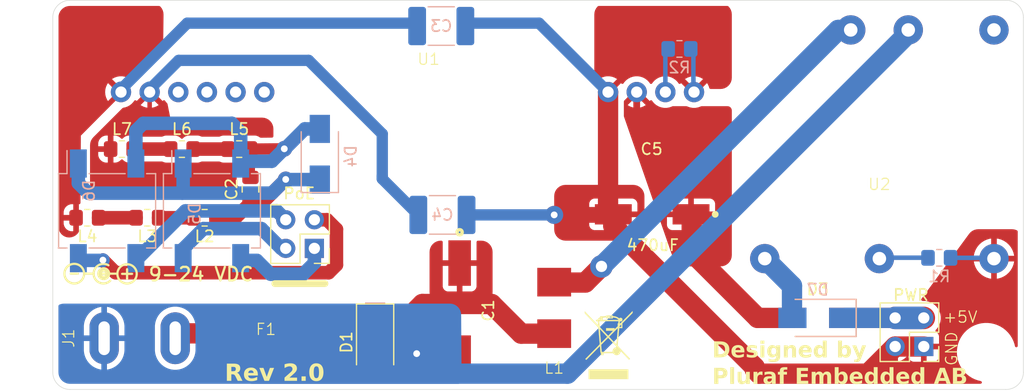
<source format=kicad_pcb>
(kicad_pcb
	(version 20241229)
	(generator "pcbnew")
	(generator_version "9.0")
	(general
		(thickness 1.6)
		(legacy_teardrops no)
	)
	(paper "A4")
	(layers
		(0 "F.Cu" signal)
		(2 "B.Cu" signal)
		(9 "F.Adhes" user "F.Adhesive")
		(11 "B.Adhes" user "B.Adhesive")
		(13 "F.Paste" user)
		(15 "B.Paste" user)
		(5 "F.SilkS" user "F.Silkscreen")
		(7 "B.SilkS" user "B.Silkscreen")
		(1 "F.Mask" user)
		(3 "B.Mask" user)
		(17 "Dwgs.User" user "User.Drawings")
		(19 "Cmts.User" user "User.Comments")
		(21 "Eco1.User" user "User.Eco1")
		(23 "Eco2.User" user "User.Eco2")
		(25 "Edge.Cuts" user)
		(27 "Margin" user)
		(31 "F.CrtYd" user "F.Courtyard")
		(29 "B.CrtYd" user "B.Courtyard")
		(35 "F.Fab" user)
		(33 "B.Fab" user)
		(39 "User.1" user)
		(41 "User.2" user)
		(43 "User.3" user)
		(45 "User.4" user)
		(47 "User.5" user)
		(49 "User.6" user)
		(51 "User.7" user)
		(53 "User.8" user)
		(55 "User.9" user)
	)
	(setup
		(pad_to_mask_clearance 0)
		(allow_soldermask_bridges_in_footprints no)
		(tenting front back)
		(pcbplotparams
			(layerselection 0x00000000_00000000_55555555_5755f5ff)
			(plot_on_all_layers_selection 0x00000000_00000000_00000000_00000000)
			(disableapertmacros no)
			(usegerberextensions no)
			(usegerberattributes yes)
			(usegerberadvancedattributes yes)
			(creategerberjobfile yes)
			(dashed_line_dash_ratio 12.000000)
			(dashed_line_gap_ratio 3.000000)
			(svgprecision 4)
			(plotframeref no)
			(mode 1)
			(useauxorigin no)
			(hpglpennumber 1)
			(hpglpenspeed 20)
			(hpglpendiameter 15.000000)
			(pdf_front_fp_property_popups yes)
			(pdf_back_fp_property_popups yes)
			(pdf_metadata yes)
			(pdf_single_document no)
			(dxfpolygonmode yes)
			(dxfimperialunits yes)
			(dxfusepcbnewfont yes)
			(psnegative no)
			(psa4output no)
			(plot_black_and_white yes)
			(sketchpadsonfab no)
			(plotpadnumbers no)
			(hidednponfab no)
			(sketchdnponfab yes)
			(crossoutdnponfab yes)
			(subtractmaskfromsilk no)
			(outputformat 1)
			(mirror no)
			(drillshape 1)
			(scaleselection 1)
			(outputdirectory "")
		)
	)
	(net 0 "")
	(net 1 "Net-(D1-A2)")
	(net 2 "POE_V+")
	(net 3 "POE_V-")
	(net 4 "Net-(U1-VIN+)")
	(net 5 "Net-(U1-VIN-)")
	(net 6 "Net-(D3-A)")
	(net 7 "Net-(D1-A1)")
	(net 8 "Net-(J2-Pin_2)")
	(net 9 "Net-(J2-Pin_3)")
	(net 10 "Net-(J2-Pin_1)")
	(net 11 "Net-(J2-Pin_4)")
	(net 12 "Net-(F1-Pad1)")
	(net 13 "GND")
	(net 14 "+5V")
	(net 15 "Net-(U2-+Input)")
	(net 16 "Net-(L2-Pad2)")
	(net 17 "Net-(L3-Pad2)")
	(net 18 "Net-(L5-Pad2)")
	(net 19 "Net-(L6-Pad2)")
	(net 20 "unconnected-(U1-IC-Pad4)")
	(net 21 "Net-(D7-A)")
	(net 22 "unconnected-(U1-IC-Pad6)")
	(net 23 "unconnected-(U1-AT-DET-Pad3)")
	(net 24 "unconnected-(U1-IC-Pad5)")
	(net 25 "Net-(U2-Trim)")
	(net 26 "unconnected-(U2-Remote-Pad6)")
	(net 27 "Net-(U1-ADJ)")
	(footprint "footprints:PJ-037A-PLURAF" (layer "F.Cu") (at 47.5996 47.0154 90))
	(footprint "Resistor_SMD:R_0805_2012Metric_Pad1.20x1.40mm_HandSolder" (layer "F.Cu") (at 53.61 36.322 180))
	(footprint "Capacitor_SMD:C_0805_2012Metric_Pad1.18x1.45mm_HandSolder" (layer "F.Cu") (at 68.072 33.782 90))
	(footprint "footprints:HHXC800ARA470MJA0G" (layer "F.Cu") (at 86.868 43.914 -90))
	(footprint "Resistor_SMD:R_0805_2012Metric_Pad1.20x1.40mm_HandSolder" (layer "F.Cu") (at 64.008 36.322 180))
	(footprint "footprints:AG5400" (layer "F.Cu") (at 99.772 25.166))
	(footprint "footprints:D_SMA" (layer "F.Cu") (at 79.121 47.371 -90))
	(footprint "footprints:SF-2410FP315T-2" (layer "F.Cu") (at 69.4436 46.228))
	(footprint "Symbol:WEEE-Logo_4.2x6mm_SilkScreen" (layer "F.Cu") (at 99.822 47.625))
	(footprint "footprints:D_SMA" (layer "F.Cu") (at 118.364 45.212 180))
	(footprint "footprints:PCR1C471MCL6GS" (layer "F.Cu") (at 103.6828 36.0172 180))
	(footprint "Connector_PinHeader_2.54mm:PinHeader_2x02_P2.54mm_Vertical" (layer "F.Cu") (at 127.762 47.752 180))
	(footprint "footprints:hole-2.5m" (layer "F.Cu") (at 79 39))
	(footprint "Resistor_SMD:R_0805_2012Metric_Pad1.20x1.40mm_HandSolder" (layer "F.Cu") (at 67.072 30.226 180))
	(footprint "footprints:LQH43PN1R0N26L" (layer "F.Cu") (at 94.996 44.323 90))
	(footprint "footprints:hole-2.5m" (layer "F.Cu") (at 133.3 48.26))
	(footprint "Resistor_SMD:R_0805_2012Metric_Pad1.20x1.40mm_HandSolder" (layer "F.Cu") (at 56.674 30.226 180))
	(footprint "footprints:EC4SBW-S" (layer "F.Cu") (at 123.825 29.8 180))
	(footprint "Connector_PinHeader_2.54mm:PinHeader_2x02_P2.54mm_Vertical" (layer "F.Cu") (at 73.7362 39.0398 180))
	(footprint "Resistor_SMD:R_0805_2012Metric_Pad1.20x1.40mm_HandSolder" (layer "F.Cu") (at 58.928 36.322 180))
	(footprint "Resistor_SMD:R_0805_2012Metric_Pad1.20x1.40mm_HandSolder" (layer "F.Cu") (at 61.992 30.226 180))
	(footprint "footprints:Diode_Bridge_Diotec_SO-DIL-Slim" (layer "B.Cu") (at 55.362 35.7066 -90))
	(footprint "Resistor_SMD:R_0805_2012Metric_Pad1.20x1.40mm_HandSolder" (layer "B.Cu") (at 129.1355 39.878))
	(footprint "Resistor_SMD:R_0805_2012Metric_Pad1.20x1.40mm_HandSolder" (layer "B.Cu") (at 106.1 21.336))
	(footprint "footprints:D_SMA" (layer "B.Cu") (at 74.2188 30.6832 90))
	(footprint "Capacitor_SMD:C_1812_4532Metric_Pad1.57x3.40mm_HandSolder" (layer "B.Cu") (at 85.09 36.068))
	(footprint "footprints:D_SMA" (layer "B.Cu") (at 118.364 45.212 180))
	(footprint "Capacitor_SMD:C_1812_4532Metric_Pad1.57x3.40mm_HandSolder" (layer "B.Cu") (at 84.9845 19.304))
	(footprint "footprints:Diode_Bridge_Diotec_SO-DIL-Slim" (layer "B.Cu") (at 64.653 35.7066 -90))
	(gr_line
		(start 54.881622 41.285369)
		(end 56.204227 41.284613)
		(stroke
			(width 0.2)
			(type default)
		)
		(layer "F.SilkS")
		(uuid "0efb2702-da35-4f9e-a5e4-4186b0e96490")
	)
	(gr_line
		(start 57.132227 41.726881)
		(end 57.132227 40.886881)
		(stroke
			(width 0.2)
			(type default)
		)
		(layer "F.SilkS")
		(uuid "14fddd00-eeb4-483c-b383-82cec8005fb4")
	)
	(gr_circle
		(center 55.061227 41.285369)
		(end 55.240832 41.285369)
		(stroke
			(width 0.4)
			(type default)
		)
		(fill no)
		(layer "F.SilkS")
		(uuid "57526148-5ebf-4b2b-8a92-f8c0e888499d")
	)
	(gr_line
		(start 54.172227 41.284613)
		(end 53.322732 41.284613)
		(stroke
			(width 0.2)
			(type default)
		)
		(layer "F.SilkS")
		(uuid "790b2a35-3207-490f-b001-03b0b1bd8ef2")
	)
	(gr_arc
		(start 55.638461 41.91)
		(mid 54.172227 41.38477)
		(end 55.480613 40.539881)
		(stroke
			(width 0.2)
			(type default)
		)
		(layer "F.SilkS")
		(uuid "80c3750d-238b-4064-8a6c-c176a0a8f18f")
	)
	(gr_line
		(start 56.692227 41.301881)
		(end 57.572227 41.301881)
		(stroke
			(width 0.2)
			(type default)
		)
		(layer "F.SilkS")
		(uuid "83018b4a-acc1-4542-8097-fc670f92bfa8")
	)
	(gr_circle
		(center 52.451 41.284613)
		(end 52.451 40.412881)
		(stroke
			(width 0.2)
			(type default)
		)
		(fill no)
		(layer "F.SilkS")
		(uuid "85e95007-327b-46e2-84f2-9187d6d493c3")
	)
	(gr_line
		(start 52.1335 41.284613)
		(end 52.772227 41.284613)
		(stroke
			(width 0.2)
			(type default)
		)
		(layer "F.SilkS")
		(uuid "c2cc88a7-3ac0-485e-ad6f-f0c43cb64a19")
	)
	(gr_circle
		(center 57.132227 41.301881)
		(end 57.989579 41.301881)
		(stroke
			(width 0.2)
			(type default)
		)
		(fill no)
		(layer "F.SilkS")
		(uuid "d76992ee-122c-4936-9e61-499cd5309046")
	)
	(gr_line
		(start 70.231 42.164)
		(end 74.676 42.164)
		(stroke
			(width 0.6)
			(type default)
		)
		(layer "F.SilkS")
		(uuid "def4469f-c615-4995-8b0b-01dba3e1b4e2")
	)
	(gr_line
		(start 52.07 51.562)
		(end 135.022 51.562)
		(stroke
			(width 0.05)
			(type default)
		)
		(layer "Edge.Cuts")
		(uuid "0db35618-b2ce-4c3c-bf06-61f003437ed6")
	)
	(gr_arc
		(start 52.07 51.562)
		(mid 50.992369 51.115631)
		(end 50.546 50.038)
		(stroke
			(width 0.05)
			(type default)
		)
		(layer "Edge.Cuts")
		(uuid "4a18984c-27e8-4e0d-9c6f-4f3a9de5ed91")
	)
	(gr_arc
		(start 50.546 18.542)
		(mid 50.992369 17.464369)
		(end 52.07 17.018)
		(stroke
			(width 0.05)
			(type default)
		)
		(layer "Edge.Cuts")
		(uuid "53e56220-528e-40eb-b311-6083fa24e097")
	)
	(gr_arc
		(start 136.591014 50.038)
		(mid 136.128653 51.131661)
		(end 135.022 51.561999)
		(stroke
			(width 0.05)
			(type default)
		)
		(layer "Edge.Cuts")
		(uuid "bf70d333-9f25-4cb4-993f-16eb610c2ca8")
	)
	(gr_arc
		(start 135.022 17.018)
		(mid 136.128653 17.448339)
		(end 136.591014 18.542)
		(stroke
			(width 0.05)
			(type default)
		)
		(layer "Edge.Cuts")
		(uuid "c7e584a6-cd57-4c84-adc2-a98ce4142d3e")
	)
	(gr_line
		(start 50.546 18.542)
		(end 50.546 50.038)
		(stroke
			(width 0.05)
			(type default)
		)
		(layer "Edge.Cuts")
		(uuid "e1c46804-67c8-4dfc-9e72-eddc590ee9d0")
	)
	(gr_line
		(start 136.591014 18.542)
		(end 136.591014 50.038)
		(stroke
			(width 0.05)
			(type default)
		)
		(layer "Edge.Cuts")
		(uuid "e4aa4a24-db7e-46e8-97bc-4bc740250d7f")
	)
	(gr_line
		(start 52.07 17.018)
		(end 135.022 17.018)
		(stroke
			(width 0.05)
			(type default)
		)
		(layer "Edge.Cuts")
		(uuid "f02c5ad6-9dc4-417b-820d-8ab59f41a7e5")
	)
	(gr_text "Rev 2.0"
		(at 65.786 51.054 0)
		(layer "F.SilkS")
		(uuid "07a9bac2-2391-44a7-b5e5-8b7e96655794")
		(effects
			(font
				(face "Anta")
				(size 1.5 1.5)
				(thickness 0.3)
				(bold yes)
			)
			(justify left bottom)
		)
		(render_cache "Rev 2.0" 0
			(polygon
				(pts
					(xy 65.929431 49.336015) (xy 66.702918 49.336015) (xy 66.76835 49.341583) (xy 66.828755 49.357945)
					(xy 66.885184 49.385108) (xy 66.959115 49.442369) (xy 67.016434 49.515809) (xy 67.043583 49.571946)
					(xy 67.059951 49.632192) (xy 67.065527 49.697617) (xy 67.065527 49.843155) (xy 67.06004 49.908614)
					(xy 67.043981 49.968518) (xy 67.017441 50.023956) (xy 66.981609 50.074004) (xy 66.938298 50.116533)
					(xy 66.886833 50.152092) (xy 66.830192 50.178456) (xy 66.770774 50.194216) (xy 66.70768 50.199536)
					(xy 67.142188 50.799) (xy 66.871537 50.799) (xy 66.43712 50.199536) (xy 66.268593 50.199536) (xy 66.268593 49.978527)
					(xy 66.702918 49.978527) (xy 66.757808 49.968316) (xy 66.803301 49.937952) (xy 66.834244 49.893069)
					(xy 66.844517 49.840041) (xy 66.844517 49.697617) (xy 66.834212 49.643644) (xy 66.803301 49.598241)
					(xy 66.757765 49.567447) (xy 66.702918 49.557116) (xy 66.151539 49.557116) (xy 66.151539 50.799)
					(xy 65.929431 50.799)
				)
			)
			(polygon
				(pts
					(xy 67.318776 49.953797) (xy 67.326328 49.894969) (xy 67.348499 49.843141) (xy 67.386187 49.796444)
					(xy 67.434381 49.760305) (xy 67.487763 49.738903) (xy 67.54812 49.731597) (xy 67.99078 49.731597)
					(xy 68.073178 49.742224) (xy 68.146484 49.773546) (xy 68.209214 49.822582) (xy 68.258134 49.886295)
					(xy 68.289487 49.960444) (xy 68.300083 50.042915) (xy 68.300083 50.072682) (xy 68.28949 50.154129)
					(xy 68.258134 50.227288) (xy 68.209297 50.290116) (xy 68.146484 50.339029) (xy 68.073183 50.370281)
					(xy 67.99078 50.380886) (xy 67.657938 50.380886) (xy 67.657938 50.159877) (xy 67.992795 50.159877)
					(xy 68.025866 50.153459) (xy 68.053794 50.13414) (xy 68.072727 50.105651) (xy 68.079073 50.071583)
					(xy 68.079073 50.042915) (xy 68.07268 50.007996) (xy 68.053794 49.979443) (xy 68.025859 49.960052)
					(xy 67.992795 49.953614) (xy 67.540793 49.953614) (xy 67.540793 50.495833) (xy 67.546505 50.527059)
					(xy 67.563507 50.553169) (xy 67.588784 50.570979) (xy 67.618828 50.576891) (xy 68.225253 50.576891)
					(xy 68.225253 50.799) (xy 67.618828 50.799) (xy 67.539281 50.788688) (xy 67.467703 50.75815) (xy 67.406445 50.710264)
					(xy 67.359076 50.648424) (xy 67.328945 50.57649) (xy 67.318776 50.496841)
				)
			)
			(polygon
				(pts
					(xy 68.660585 49.731597) (xy 68.942411 50.475225) (xy 69.222222 49.731597) (xy 69.45587 49.731597)
					(xy 69.048931 50.799) (xy 68.832776 50.799) (xy 68.426936 49.731597)
				)
			)
			(polygon
				(pts
					(xy 70.164694 50.304225) (xy 70.171929 50.226079) (xy 70.191278 50.168725) (xy 70.220747 50.127087)
					(xy 70.262066 50.095631) (xy 70.325978 50.067158) (xy 70.420141 50.04319) (xy 70.963185 49.938685)
					(xy 71.007767 49.921636) (xy 71.044426 49.887943) (xy 71.068476 49.843222) (xy 71.076574 49.791864)
					(xy 71.076574 49.697617) (xy 71.066389 49.643601) (xy 71.035908 49.598241) (xy 70.990967 49.567419)
					(xy 70.937081 49.557116) (xy 70.237417 49.557116) (xy 70.237417 49.336015) (xy 70.937081 49.336015)
					(xy 71.002616 49.341488) (xy 71.062867 49.357536) (xy 71.118889 49.384101) (xy 71.192398 49.440344)
					(xy 71.24959 49.512786) (xy 71.276778 49.568196) (xy 71.293125 49.627411) (xy 71.298683 49.69148)
					(xy 71.298683 49.795986) (xy 71.290288 49.880256) (xy 71.265618 49.957094) (xy 71.226109 50.025839)
					(xy 71.175126 50.081567) (xy 71.113605 50.122894) (xy 71.044243 50.14623) (xy 70.434521 50.262001)
					(xy 70.395595 50.276106) (xy 70.388458 50.286124) (xy 70.385703 50.303217) (xy 70.385703 50.57799)
					(xy 71.297675 50.57799) (xy 71.297675 50.799) (xy 70.164694 50.799)
				)
			)
			(polygon
				(pts
					(xy 71.534163 50.673062) (xy 71.544114 50.620708) (xy 71.573914 50.5768) (xy 71.617905 50.546926)
					(xy 71.670268 50.536957) (xy 71.723446 50.546868) (xy 71.767079 50.57625) (xy 71.796461 50.619884)
					(xy 71.806372 50.673062) (xy 71.796457 50.726319) (xy 71.767079 50.769965) (xy 71.723446 50.799347)
					(xy 71.670268 50.809258) (xy 71.617898 50.79931) (xy 71.573914 50.769507) (xy 71.544116 50.72551)
				)
			)
			(polygon
				(pts
					(xy 72.818079 49.342356) (xy 72.891085 49.360973) (xy 72.95932 49.391794) (xy 73.021601 49.433459)
					(xy 73.074103 49.482984) (xy 73.117681 49.540905) (xy 73.150266 49.605316) (xy 73.169833 49.674195)
					(xy 73.176483 49.748816) (xy 73.176483 50.388214) (xy 73.16985 50.462228) (xy 73.150301 50.530811)
					(xy 73.117681 50.595209) (xy 73.074138 50.653164) (xy 73.021954 50.702526) (xy 72.960328 50.743862)
					(xy 72.892772 50.774286) (xy 72.82011 50.79271) (xy 72.74115 50.799) (xy 72.477826 50.799) (xy 72.398859 50.79272)
					(xy 72.326007 50.774303) (xy 72.258099 50.743862) (xy 72.196148 50.70252) (xy 72.143629 50.653155)
					(xy 72.099738 50.595209) (xy 72.066854 50.530784) (xy 72.047159 50.462204) (xy 72.040479 50.388214)
					(xy 72.040479 49.748816) (xy 72.262495 49.748816) (xy 72.262495 50.388214) (xy 72.269411 50.437206)
					(xy 72.28997 50.48106) (xy 72.325602 50.521387) (xy 72.370373 50.552103) (xy 72.420572 50.570545)
					(xy 72.477826 50.576891) (xy 72.74115 50.576891) (xy 72.798448 50.570529) (xy 72.848451 50.552077)
					(xy 72.892825 50.521387) (xy 72.928177 50.481093) (xy 72.9486 50.437237) (xy 72.955474 50.388214)
					(xy 72.955474 49.748816) (xy 72.948511 49.698537) (xy 72.927899 49.653876) (xy 72.892367 49.61317)
					(xy 72.847594 49.582185) (xy 72.797082 49.563545) (xy 72.739135 49.557116) (xy 72.456302 49.557116)
					(xy 72.405394 49.563409) (xy 72.360291 49.581878) (xy 72.319465 49.61317) (xy 72.287657 49.65338)
					(xy 72.268895 49.698066) (xy 72.262495 49.748816) (xy 72.040479 49.748816) (xy 72.046863 49.674068)
					(xy 72.06561 49.605201) (xy 72.096716 49.540996) (xy 72.138504 49.482823) (xy 72.188468 49.433301)
					(xy 72.247291 49.391794) (xy 72.312172 49.360921) (xy 72.381452 49.342335) (xy 72.456302 49.336015)
					(xy 72.739135 49.336015)
				)
			)
		)
	)
	(gr_text "+5V"
		(at 129.413 45.72 0)
		(layer "F.SilkS")
		(uuid "0b970617-a183-4dd5-af7d-f36c57d452fb")
		(effects
			(font
				(size 1 1)
				(thickness 0.1)
			)
			(justify left bottom)
		)
	)
	(gr_text "Designed by\nPluraf Embedded AB"
		(at 109 51.308 0)
		(layer "F.SilkS")
		(uuid "309a3608-b4e8-4cba-9356-98d4c5c1dfa4")
		(effects
			(font
				(face "Anta")
				(size 1.4 1.4)
				(thickness 0.3)
				(bold yes)
			)
			(justify left bottom)
		)
		(render_cache "Designed by\nPluraf Embedded AB" 0
			(polygon
				(pts
					(xy 109.929495 47.358447) (xy 109.994127 47.375795) (xy 110.054628 47.404608) (xy 110.10955 47.443372)
					(xy 110.156033 47.489593) (xy 110.194738 47.543863) (xy 110.223524 47.603764) (xy 110.240884 47.668042)
					(xy 110.246798 47.737829) (xy 110.246798 48.336565) (xy 110.240911 48.405097) (xy 110.223579 48.46862)
					(xy 110.194738 48.528223) (xy 110.156044 48.582137) (xy 110.109566 48.628018) (xy 110.054628 48.666452)
					(xy 109.994156 48.69497) (xy 109.92952 48.712154) (xy 109.859637 48.718) (xy 109.133869 48.718)
					(xy 109.133869 48.510698) (xy 109.34117 48.510698) (xy 109.859637 48.510698) (xy 109.907796 48.504847)
					(xy 109.950015 48.48776) (xy 109.987779 48.45898) (xy 110.017241 48.421762) (xy 110.034605 48.380475)
					(xy 110.040523 48.333659) (xy 110.040523 47.737829) (xy 110.03459 47.690433) (xy 110.01721 47.648724)
					(xy 109.987779 47.611225) (xy 109.949972 47.582087) (xy 109.907756 47.564817) (xy 109.859637 47.558908)
					(xy 109.34117 47.558908) (xy 109.34117 48.510698) (xy 109.133869 48.510698) (xy 109.133869 47.352548)
					(xy 109.859637 47.352548)
				)
			)
			(polygon
				(pts
					(xy 110.471624 47.929144) (xy 110.478672 47.874238) (xy 110.499365 47.825865) (xy 110.534541 47.782281)
					(xy 110.579522 47.748551) (xy 110.629345 47.728576) (xy 110.685678 47.721757) (xy 111.098827 47.721757)
					(xy 111.175732 47.731676) (xy 111.244152 47.760909) (xy 111.302699 47.806676) (xy 111.348358 47.866142)
					(xy 111.37762 47.935348) (xy 111.38751 48.012321) (xy 111.38751 48.040103) (xy 111.377623 48.116121)
					(xy 111.348358 48.184402) (xy 111.302777 48.243041) (xy 111.244152 48.288694) (xy 111.175737 48.317863)
					(xy 111.098827 48.32776) (xy 110.788175 48.32776) (xy 110.788175 48.121485) (xy 111.100708 48.121485)
					(xy 111.131574 48.115495) (xy 111.157641 48.097464) (xy 111.175312 48.070875) (xy 111.181235 48.039078)
					(xy 111.181235 48.012321) (xy 111.175268 47.979729) (xy 111.157641 47.95308) (xy 111.131568 47.934981)
					(xy 111.100708 47.928973) (xy 110.678839 47.928973) (xy 110.678839 48.435044) (xy 110.684171 48.464189)
					(xy 110.70004 48.488558) (xy 110.723631 48.50518) (xy 110.751673 48.510698) (xy 111.317669 48.510698)
					(xy 111.317669 48.718) (xy 110.751673 48.718) (xy 110.677428 48.708375) (xy 110.610622 48.679873)
					(xy 110.553448 48.63518) (xy 110.509237 48.577462) (xy 110.481115 48.510324) (xy 110.471624 48.435984)
				)
			)
			(polygon
				(pts
					(xy 111.583613 48.002747) (xy 111.593488 47.927745) (xy 111.622679 47.860756) (xy 111.668295 47.803556)
					(xy 111.726971 47.759371) (xy 111.795173 47.731282) (xy 111.871355 47.721757) (xy 112.45556 47.721757)
					(xy 112.45556 47.928973) (xy 111.871355 47.928973) (xy 111.840237 47.934459) (xy 111.814337 47.950686)
					(xy 111.796624 47.974738) (xy 111.790828 48.002747) (xy 111.790828 48.026682) (xy 111.796673 48.055582)
					(xy 111.814422 48.080196) (xy 111.840343 48.096759) (xy 111.871355 48.102337) (xy 112.232786 48.102337)
					(xy 112.308938 48.111983) (xy 112.37717 48.140463) (xy 112.435762 48.185077) (xy 112.480949 48.242361)
					(xy 112.509813 48.309325) (xy 112.519588 48.384352) (xy 112.519588 48.435984) (xy 112.509854 48.510263)
					(xy 112.480949 48.577462) (xy 112.435734 48.635115) (xy 112.37717 48.679873) (xy 112.308938 48.708353)
					(xy 112.232786 48.718) (xy 111.628492 48.718) (xy 111.628492 48.510698) (xy 112.232786 48.510698)
					(xy 112.263798 48.505121) (xy 112.289719 48.488558) (xy 112.307468 48.463943) (xy 112.313312 48.435044)
					(xy 112.313312 48.385292) (xy 112.30742 48.3556) (xy 112.289719 48.330923) (xy 112.263791 48.314294)
					(xy 112.232786 48.308697) (xy 111.871355 48.308697) (xy 111.795203 48.299051) (xy 111.726971 48.270571)
					(xy 111.668304 48.225903) (xy 111.622679 48.168245) (xy 111.593444 48.100948) (xy 111.583613 48.026682)
				)
			)
			(polygon
				(pts
					(xy 112.710903 47.454788) (xy 112.720188 47.405909) (xy 112.748004 47.364857) (xy 112.789062 47.336975)
					(xy 112.837934 47.327672) (xy 112.886864 47.336982) (xy 112.927864 47.364857) (xy 112.955747 47.405916)
					(xy 112.96505 47.454788) (xy 112.955747 47.503659) (xy 112.927864 47.544718) (xy 112.886871 47.572527)
					(xy 112.837934 47.581818) (xy 112.789055 47.572533) (xy 112.748004 47.544718) (xy 112.720188 47.503666)
				)
			)
			(polygon
				(pts
					(xy 112.733899 47.721757) (xy 112.942055 47.721757) (xy 112.942055 48.718) (xy 112.733899 48.718)
				)
			)
			(polygon
				(pts
					(xy 113.156536 48.080196) (xy 113.16206 48.015393) (xy 113.178277 47.955707) (xy 113.205177 47.900079)
					(xy 113.241377 47.849653) (xy 113.284691 47.806635) (xy 113.335713 47.770484) (xy 113.392 47.743505)
					(xy 113.452069 47.727274) (xy 113.516941 47.721757) (xy 113.867943 47.721757) (xy 113.921666 47.728493)
					(xy 113.969249 47.748276) (xy 114.012327 47.781853) (xy 114.045904 47.824931) (xy 114.065688 47.872514)
					(xy 114.072423 47.926237) (xy 114.072423 48.726719) (xy 114.066905 48.79159) (xy 114.050672 48.851629)
					(xy 114.023696 48.907862) (xy 113.987485 48.958869) (xy 113.944168 49.002186) (xy 113.893161 49.038397)
					(xy 113.836874 49.065379) (xy 113.776834 49.081609) (xy 113.712018 49.087124) (xy 113.220565 49.087124)
					(xy 113.220565 48.879908) (xy 113.709112 48.879908) (xy 113.750552 48.874865) (xy 113.786944 48.860128)
					(xy 113.819558 48.835285) (xy 113.845084 48.803217) (xy 113.860098 48.767758) (xy 113.865207 48.727659)
					(xy 113.865207 47.928973) (xy 113.516941 47.928973) (xy 113.476758 47.933975) (xy 113.441114 47.948668)
					(xy 113.408803 47.973596) (xy 113.383687 48.005641) (xy 113.368831 48.041402) (xy 113.363752 48.082162)
					(xy 113.363752 48.356654) (xy 113.368783 48.396767) (xy 113.383599 48.43253) (xy 113.408803 48.465135)
					(xy 113.441181 48.490627) (xy 113.47682 48.505608) (xy 113.516941 48.510698) (xy 113.755872 48.510698)
					(xy 113.755872 48.718) (xy 113.516941 48.718) (xy 113.452064 48.712492) (xy 113.391996 48.696288)
					(xy 113.335713 48.669359) (xy 113.284716 48.633134) (xy 113.2414 48.58995) (xy 113.205177 48.53925)
					(xy 113.178258 48.483241) (xy 113.16205 48.423348) (xy 113.156536 48.358535)
				)
			)
			(polygon
				(pts
					(xy 114.297248 47.925297) (xy 114.304035 47.871619) (xy 114.323955 47.824217) (xy 114.357772 47.781426)
					(xy 114.401155 47.748137) (xy 114.449219 47.728467) (xy 114.503609 47.721757) (xy 114.85273 47.721757)
					(xy 114.917546 47.727272) (xy 114.977586 47.743502) (xy 115.033872 47.770484) (xy 115.08488 47.806695)
					(xy 115.128197 47.850012) (xy 115.164408 47.901019) (xy 115.19139 47.957306) (xy 115.207619 48.017346)
					(xy 115.213135 48.082162) (xy 115.213135 48.718) (xy 115.005833 48.718) (xy 115.005833 48.084983)
					(xy 115.000775 48.042906) (xy 114.986019 48.006065) (xy 114.96121 47.973169) (xy 114.929094 47.947433)
					(xy 114.893364 47.932266) (xy 114.85273 47.927092) (xy 114.504464 47.927092) (xy 114.504464 48.718)
					(xy 114.297248 48.718)
				)
			)
			(polygon
				(pts
					(xy 115.43796 47.929144) (xy 115.445009 47.874238) (xy 115.465701 47.825865) (xy 115.500877 47.782281)
					(xy 115.545858 47.748551) (xy 115.595682 47.728576) (xy 115.652015 47.721757) (xy 116.065163 47.721757)
					(xy 116.142069 47.731676) (xy 116.210488 47.760909) (xy 116.269036 47.806676) (xy 116.314694 47.866142)
					(xy 116.343957 47.935348) (xy 116.353846 48.012321) (xy 116.353846 48.040103) (xy 116.34396 48.116121)
					(xy 116.314694 48.184402) (xy 116.269113 48.243041) (xy 116.210488 48.288694) (xy 116.142074 48.317863)
					(xy 116.065163 48.32776) (xy 115.754511 48.32776) (xy 115.754511 48.121485) (xy 116.067044 48.121485)
					(xy 116.097911 48.115495) (xy 116.123977 48.097464) (xy 116.141648 48.070875) (xy 116.147571 48.039078)
					(xy 116.147571 48.012321) (xy 116.141604 47.979729) (xy 116.123977 47.95308) (xy 116.097904 47.934981)
					(xy 116.067044 47.928973) (xy 115.645176 47.928973) (xy 115.645176 48.435044) (xy 115.650507 48.464189)
					(xy 115.666376 48.488558) (xy 115.689967 48.50518) (xy 115.718009 48.510698) (xy 116.284005 48.510698)
					(xy 116.284005 48.718) (xy 115.718009 48.718) (xy 115.643765 48.708375) (xy 115.576959 48.679873)
					(xy 115.519784 48.63518) (xy 115.475573 48.577462) (xy 115.447451 48.510324) (xy 115.43796 48.435984)
				)
			)
			(polygon
				(pts
					(xy 116.549949 48.082162) (xy 116.555455 48.017342) (xy 116.571657 47.957301) (xy 116.59859 47.901019)
					(xy 116.634847 47.850003) (xy 116.678166 47.806687) (xy 116.729125 47.770484) (xy 116.785413 47.743505)
					(xy 116.845481 47.727274) (xy 116.910354 47.721757) (xy 117.149284 47.721757) (xy 117.149284 47.928973)
					(xy 116.910354 47.928973) (xy 116.870232 47.934064) (xy 116.834593 47.949044) (xy 116.802215 47.974536)
					(xy 116.777067 48.007161) (xy 116.762223 48.043252) (xy 116.757165 48.084043) (xy 116.757165 48.357595)
					(xy 116.762204 48.397693) (xy 116.777026 48.433308) (xy 116.802215 48.465648) (xy 116.834557 48.490832)
					(xy 116.870198 48.505656) (xy 116.910354 48.510698) (xy 117.25862 48.510698) (xy 117.25862 47.352548)
					(xy 117.465835 47.352548) (xy 117.465835 48.513434) (xy 117.459098 48.567214) (xy 117.439312 48.614824)
					(xy 117.405739 48.657904) (xy 117.362662 48.691481) (xy 117.315079 48.711264) (xy 117.261355 48.718)
					(xy 116.910354 48.718) (xy 116.845477 48.712492) (xy 116.785408 48.696288) (xy 116.729125 48.669359)
					(xy 116.678129 48.633134) (xy 116.634812 48.58995) (xy 116.59859 48.53925) (xy 116.571637 48.483254)
					(xy 116.555445 48.423665) (xy 116.549949 48.359475)
				)
			)
			(polygon
				(pts
					(xy 118.254178 47.352548) (xy 118.461393 47.352548) (xy 118.461393 48.510698) (xy 118.809659 48.510698)
					(xy 118.850419 48.50562) (xy 118.886181 48.490763) (xy 118.918225 48.465648) (xy 118.943158 48.433338)
					(xy 118.957849 48.397722) (xy 118.962848 48.357595) (xy 118.962848 48.084043) (xy 118.95783 48.043224)
					(xy 118.943118 48.007131) (xy 118.918225 47.974536) (xy 118.886144 47.949113) (xy 118.850385 47.9341)
					(xy 118.809659 47.928973) (xy 118.570729 47.928973) (xy 118.570729 47.721757) (xy 118.809659 47.721757)
					(xy 118.874475 47.727272) (xy 118.934516 47.743502) (xy 118.990802 47.770484) (xy 119.041809 47.806695)
					(xy 119.085126 47.850012) (xy 119.121338 47.901019) (xy 119.148319 47.957306) (xy 119.164549 48.017346)
					(xy 119.170064 48.082162) (xy 119.170064 48.359475) (xy 119.164559 48.42366) (xy 119.14834 48.483249)
					(xy 119.121338 48.53925) (xy 119.085161 48.589941) (xy 119.041847 48.633125) (xy 118.990802 48.669359)
					(xy 118.934521 48.696291) (xy 118.874479 48.712493) (xy 118.809659 48.718) (xy 118.458658 48.718)
					(xy 118.404934 48.711264) (xy 118.357351 48.691481) (xy 118.314274 48.657904) (xy 118.280701 48.614824)
					(xy 118.260915 48.567214) (xy 118.254178 48.513434)
				)
			)
			(polygon
				(pts
					(xy 119.556285 47.721757) (xy 119.811714 48.403415) (xy 120.072786 47.721757) (xy 120.301543 47.721757)
					(xy 119.773417 49.090971) (xy 119.546711 49.090971) (xy 119.701695 48.68278) (xy 119.336247 47.721757)
				)
			)
			(polygon
				(pts
					(xy 109.133869 49.704548) (xy 109.85579 49.704548) (xy 109.91686 49.709744) (xy 109.973238 49.725015)
					(xy 110.025905 49.750368) (xy 110.094907 49.803811) (xy 110.148405 49.872355) (xy 110.173744 49.924749)
					(xy 110.189021 49.980979) (xy 110.194225 50.042042) (xy 110.194225 50.177878) (xy 110.18905 50.23763)
					(xy 110.173802 50.293077) (xy 110.148405 50.345172) (xy 110.094894 50.413152) (xy 110.025905 50.465706)
					(xy 109.973296 50.49047) (xy 109.916911 50.505411) (xy 109.85579 50.5105) (xy 109.45042 50.5105)
					(xy 109.45042 50.304225) (xy 109.85579 50.304225) (xy 109.907054 50.294789) (xy 109.949481 50.266782)
					(xy 109.978301 50.225184) (xy 109.98795 50.174972) (xy 109.98795 50.042042) (xy 109.978331 49.991667)
					(xy 109.949481 49.949291) (xy 109.90698 49.920551) (xy 109.85579 49.910908) (xy 109.34117 49.910908)
					(xy 109.34117 51.07) (xy 109.133869 51.07)
				)
			)
			(polygon
				(pts
					(xy 110.404603 49.704548) (xy 110.611819 49.704548) (xy 110.611819 51.07) (xy 110.404603 51.07)
				)
			)
			(polygon
				(pts
					(xy 110.835448 50.073757) (xy 111.042663 50.073757) (xy 111.042663 50.706688) (xy 111.047762 50.74874)
					(xy 111.062647 50.785608) (xy 111.087714 50.818588) (xy 111.120129 50.844389) (xy 111.155765 50.859526)
					(xy 111.195853 50.864665) (xy 111.544033 50.864665) (xy 111.544033 50.073757) (xy 111.751334 50.073757)
					(xy 111.751334 50.86646) (xy 111.74459 50.920169) (xy 111.724801 50.967603) (xy 111.691238 51.010416)
					(xy 111.648157 51.043582) (xy 111.599946 51.06326) (xy 111.544888 51.07) (xy 111.195853 51.07)
					(xy 111.130976 51.064492) (xy 111.070907 51.048288) (xy 111.014624 51.021359) (xy 110.963614 50.985097)
					(xy 110.920297 50.94175) (xy 110.884089 50.890737) (xy 110.857156 50.834456) (xy 110.840954 50.774415)
					(xy 110.835448 50.709595)
				)
			)
			(polygon
				(pts
					(xy 111.97616 50.353806) (xy 111.986006 50.279619) (xy 112.015226 50.212756) (xy 112.060842 50.155556)
					(xy 112.119518 50.111371) (xy 112.187708 50.083279) (xy 112.263817 50.073757) (xy 112.487531 50.073757)
					(xy 112.487531 50.280033) (xy 112.263817 50.280033) (xy 112.232918 50.28572) (xy 112.206969 50.302686)
					(xy 112.189255 50.327798) (xy 112.183375 50.357653) (xy 112.183375 51.07) (xy 111.97616 51.07)
				)
			)
			(polygon
				(pts
					(xy 112.63542 50.432196) (xy 112.640944 50.367393) (xy 112.65716 50.307707) (xy 112.684061 50.252079)
					(xy 112.720261 50.201653) (xy 112.763574 50.158635) (xy 112.814596 50.122484) (xy 112.870884 50.095505)
					(xy 112.930952 50.079274) (xy 112.995825 50.073757) (xy 113.551306 50.073757) (xy 113.551306 51.07)
					(xy 113.344091 51.07) (xy 113.344091 50.280973) (xy 112.995825 50.280973) (xy 112.955641 50.285975)
					(xy 112.919998 50.300668) (xy 112.887686 50.325596) (xy 112.86257 50.357641) (xy 112.847714 50.393402)
					(xy 112.842636 50.434162) (xy 112.842636 50.707629) (xy 112.847694 50.748419) (xy 112.862538 50.78451)
					(xy 112.887686 50.817135) (xy 112.920064 50.842627) (xy 112.955703 50.857608) (xy 112.995825 50.862698)
					(xy 113.234755 50.862698) (xy 113.234755 51.07) (xy 112.995825 51.07) (xy 112.930948 51.064492)
					(xy 112.870879 51.048288) (xy 112.814596 51.021359) (xy 112.763634 50.985105) (xy 112.720314 50.941759)
					(xy 112.684061 50.890737) (xy 112.657128 50.834456) (xy 112.640926 50.774415) (xy 112.63542 50.709595)
				)
			)
			(polygon
				(pts
					(xy 113.776132 49.99135) (xy 113.785998 49.915328) (xy 113.815198 49.847051) (xy 113.860876 49.788444)
					(xy 113.91949 49.743187) (xy 113.987741 49.714313) (xy 114.063789 49.704548) (xy 114.287503 49.704548)
					(xy 114.287503 49.910908) (xy 114.063789 49.910908) (xy 114.032962 49.916802) (xy 114.006941 49.934502)
					(xy 113.989247 49.960465) (xy 113.983347 49.99135) (xy 113.983347 50.073757) (xy 114.291264 50.073757)
					(xy 114.291264 50.280033) (xy 113.983347 50.280033) (xy 113.983347 51.07) (xy 113.776132 51.07)
				)
			)
			(polygon
				(pts
					(xy 115.059005 49.704548) (xy 116.119361 49.704548) (xy 116.119361 49.910908) (xy 115.266306 49.910908)
					(xy 115.266306 50.862698) (xy 116.119361 50.862698) (xy 116.119361 51.07) (xy 115.059005 51.07)
				)
			)
			(polygon
				(pts
					(xy 115.375556 50.256439) (xy 116.119361 50.256439) (xy 116.119361 50.462714) (xy 115.375556 50.462714)
				)
			)
			(polygon
				(pts
					(xy 116.343417 50.278237) (xy 116.350152 50.224514) (xy 116.369936 50.176931) (xy 116.403513 50.133853)
					(xy 116.44661 50.100326) (xy 116.494492 50.080518) (xy 116.548838 50.073757) (xy 116.851113 50.073757)
					(xy 116.930392 50.082623) (xy 116.996342 50.107858) (xy 117.051917 50.149155) (xy 117.106379 50.108015)
					(xy 117.172228 50.082711) (xy 117.252721 50.073757) (xy 117.401978 50.073757) (xy 117.466794 50.079272)
					(xy 117.526834 50.095502) (xy 117.583121 50.122484) (xy 117.634162 50.158667) (xy 117.677476 50.201822)
					(xy 117.713656 50.252506) (xy 117.740619 50.308467) (xy 117.756857 50.368358) (xy 117.762383 50.433222)
					(xy 117.762383 51.07) (xy 117.556022 51.07) (xy 117.556022 50.436043) (xy 117.55093 50.394636)
					(xy 117.536035 50.358246) (xy 117.510886 50.325596) (xy 117.478543 50.300153) (xy 117.442661 50.285149)
					(xy 117.401978 50.280033) (xy 117.252721 50.280033) (xy 117.214462 50.286526) (xy 117.18288 50.305593)
					(xy 117.161158 50.333987) (xy 117.154071 50.367227) (xy 117.154071 51.07) (xy 116.946856 51.07)
					(xy 116.946856 50.367227) (xy 116.939967 50.333912) (xy 116.918988 50.305593) (xy 116.888389 50.286521)
					(xy 116.851113 50.280033) (xy 116.550633 50.280033) (xy 116.550633 51.07) (xy 116.343417 51.07)
				)
			)
			(polygon
				(pts
					(xy 117.97789 49.704548) (xy 118.185106 49.704548) (xy 118.185106 50.862698) (xy 118.533372 50.862698)
					(xy 118.574132 50.85762) (xy 118.609893 50.842763) (xy 118.641938 50.817648) (xy 118.66687 50.785338)
					(xy 118.681561 50.749722) (xy 118.686561 50.709595) (xy 118.686561 50.436043) (xy 118.681543 50.395224)
					(xy 118.66683 50.359131) (xy 118.641938 50.326536) (xy 118.609857 50.301113) (xy 118.574097 50.2861)
					(xy 118.533372 50.280973) (xy 118.294441 50.280973) (xy 118.294441 50.073757) (xy 118.533372 50.073757)
					(xy 118.598188 50.079272) (xy 118.658228 50.095502) (xy 118.714515 50.122484) (xy 118.765522 50.158695)
					(xy 118.808839 50.202012) (xy 118.84505 50.253019) (xy 118.872032 50.309306) (xy 118.888261 50.369346)
					(xy 118.893777 50.434162) (xy 118.893777 50.711475) (xy 118.888271 50.77566) (xy 118.872053 50.835249)
					(xy 118.84505 50.89125) (xy 118.808873 50.941941) (xy 118.765559 50.985125) (xy 118.714515 51.021359)
					(xy 118.658233 51.048291) (xy 118.598192 51.064493) (xy 118.533372 51.07) (xy 118.18237 51.07)
					(xy 118.128647 51.063264) (xy 118.081064 51.043481) (xy 118.037986 51.009904) (xy 118.004413 50.966824)
					(xy 117.984628 50.919214) (xy 117.97789 50.865434)
				)
			)
			(polygon
				(pts
					(xy 119.118602 50.281144) (xy 119.125651 50.226238) (xy 119.146343 50.177865) (xy 119.181519 50.134281)
					(xy 119.2265 50.100551) (xy 119.276324 50.080576) (xy 119.332657 50.073757) (xy 119.745806 50.073757)
					(xy 119.822711 50.083676) (xy 119.89113 50.112909) (xy 119.949678 50.158676) (xy 119.995336 50.218142)
					(xy 120.024599 50.287348) (xy 120.034488 50.364321) (xy 120.034488 50.392103) (xy 120.024602 50.468121)
					(xy 119.995336 50.536402) (xy 119.949755 50.595041) (xy 119.89113 50.640694) (xy 119.822716 50.669863)
					(xy 119.745806 50.67976) (xy 119.435153 50.67976) (xy 119.435153 50.473485) (xy 119.747686 50.473485)
					(xy 119.778553 50.467495) (xy 119.804619 50.449464) (xy 119.82229 50.422875) (xy 119.828213 50.391078)
					(xy 119.828213 50.364321) (xy 119.822246 50.331729) (xy 119.804619 50.30508) (xy 119.778546 50.286981)
					(xy 119.747686 50.280973) (xy 119.325818 50.280973) (xy 119.325818 50.787044) (xy 119.331149 50.816189)
					(xy 119.347018 50.840558) (xy 119.370609 50.85718) (xy 119.398651 50.862698) (xy 119.964647 50.862698)
					(xy 119.964647 51.07) (xy 119.398651 51.07) (xy 119.324407 51.060375) (xy 119.257601 51.031873)
					(xy 119.200426 50.98718) (xy 119.156215 50.929462) (xy 119.128093 50.862324) (xy 119.118602 50.787984)
				)
			)
			(polygon
				(pts
					(xy 120.230591 50.434162) (xy 120.236097 50.369342) (xy 120.252299 50.309301) (xy 120.279232 50.253019)
					(xy 120.315489 50.202003) (xy 120.358808 50.158687) (xy 120.409767 50.122484) (xy 120.466055 50.095505)
					(xy 120.526123 50.079274) (xy 120.590996 50.073757) (xy 120.829926 50.073757) (xy 120.829926 50.280973)
					(xy 120.590996 50.280973) (xy 120.550874 50.286064) (xy 120.515235 50.301044) (xy 120.482857 50.326536)
					(xy 120.457709 50.359161) (xy 120.442865 50.395252) (xy 120.437807 50.436043) (xy 120.437807 50.709595)
					(xy 120.442846 50.749693) (xy 120.457668 50.785308) (xy 120.482857 50.817648) (xy 120.515199 50.842832)
					(xy 120.55084 50.857656) (xy 120.590996 50.862698) (xy 120.939262 50.862698) (xy 120.939262 49.704548)
					(xy 121.146477 49.704548) (xy 121.146477 50.865434) (xy 121.13974 50.919214) (xy 121.119954 50.966824)
					(xy 121.086381 51.009904) (xy 121.043304 51.043481) (xy 120.995721 51.063264) (xy 120.941997 51.07)
					(xy 120.590996 51.07) (xy 120.526119 51.064492) (xy 120.46605 51.048288) (xy 120.409767 51.021359)
					(xy 120.358771 50.985134) (xy 120.315454 50.94195) (xy 120.279232 50.89125) (xy 120.252279 50.835254)
					(xy 120.236087 50.775665) (xy 120.230591 50.711475)
				)
			)
			(polygon
				(pts
					(xy 121.361728 50.434162) (xy 121.367235 50.369342) (xy 121.383437 50.309301) (xy 121.410369 50.253019)
					(xy 121.446626 50.202003) (xy 121.489946 50.158687) (xy 121.540905 50.122484) (xy 121.597192 50.095505)
					(xy 121.657261 50.079274) (xy 121.722133 50.073757) (xy 121.961064 50.073757) (xy 121.961064 50.280973)
					(xy 121.722133 50.280973) (xy 121.682012 50.286064) (xy 121.646373 50.301044) (xy 121.613995 50.326536)
					(xy 121.588846 50.359161) (xy 121.574003 50.395252) (xy 121.568944 50.436043) (xy 121.568944 50.709595)
					(xy 121.573984 50.749693) (xy 121.588806 50.785308) (xy 121.613995 50.817648) (xy 121.646337 50.842832)
					(xy 121.681978 50.857656) (xy 121.722133 50.862698) (xy 122.070399 50.862698) (xy 122.070399 49.704548)
					(xy 122.277615 49.704548) (xy 122.277615 50.865434) (xy 122.270877 50.919214) (xy 122.251092 50.966824)
					(xy 122.217519 51.009904) (xy 122.174441 51.043481) (xy 122.126858 51.063264) (xy 122.073135 51.07)
					(xy 121.722133 51.07) (xy 121.657256 51.064492) (xy 121.597187 51.048288) (xy 121.540905 51.021359)
					(xy 121.489908 50.985134) (xy 121.446592 50.94195) (xy 121.410369 50.89125) (xy 121.383416 50.835254)
					(xy 121.367225 50.775665) (xy 121.361728 50.711475)
				)
			)
			(polygon
				(pts
					(xy 122.50244 50.281144) (xy 122.509489 50.226238) (xy 122.530181 50.177865) (xy 122.565357 50.134281)
					(xy 122.610339 50.100551) (xy 122.660162 50.080576) (xy 122.716495 50.073757) (xy 123.129644 50.073757)
					(xy 123.206549 50.083676) (xy 123.274968 50.112909) (xy 123.333516 50.158676) (xy 123.379174 50.218142)
					(xy 123.408437 50.287348) (xy 123.418326 50.364321) (xy 123.418326 50.392103) (xy 123.40844 50.468121)
					(xy 123.379174 50.536402) (xy 123.333593 50.595041) (xy 123.274968 50.640694) (xy 123.206554 50.669863)
					(xy 123.129644 50.67976) (xy 122.818991 50.67976) (xy 122.818991 50.473485) (xy 123.131524 50.473485)
					(xy 123.162391 50.467495) (xy 123.188457 50.449464) (xy 123.206128 50.422875) (xy 123.212051 50.391078)
					(xy 123.212051 50.364321) (xy 123.206084 50.331729) (xy 123.188457 50.30508) (xy 123.162384 50.286981)
					(xy 123.131524 50.280973) (xy 122.709656 50.280973) (xy 122.709656 50.787044) (xy 122.714987 50.816189)
					(xy 122.730856 50.840558) (xy 122.754447 50.85718) (xy 122.782489 50.862698) (xy 123.348485 50.862698)
					(xy 123.348485 51.07) (xy 122.782489 51.07) (xy 122.708245 51.060375) (xy 122.641439 51.031873)
					(xy 122.584264 50.98718) (xy 122.540054 50.929462) (xy 122.511932 50.862324) (xy 122.50244 50.787984)
				)
			)
			(polygon
				(pts
					(xy 123.614429 50.434162) (xy 123.619935 50.369342) (xy 123.636137 50.309301) (xy 123.66307 50.253019)
					(xy 123.699327 50.202003) (xy 123.742646 50.158687) (xy 123.793606 50.122484) (xy 123.849893 50.095505)
					(xy 123.909961 50.079274) (xy 123.974834 50.073757) (xy 124.213764 50.073757) (xy 124.213764 50.280973)
					(xy 123.974834 50.280973) (xy 123.934712 50.286064) (xy 123.899074 50.301044) (xy 123.866695 50.326536)
					(xy 123.841547 50.359161) (xy 123.826703 50.395252) (xy 123.821645 50.436043) (xy 123.821645 50.709595)
					(xy 123.826685 50.749693) (xy 123.841506 50.785308) (xy 123.866695 50.817648) (xy 123.899037 50.842832)
					(xy 123.934679 50.857656) (xy 123.974834 50.862698) (xy 124.3231 50.862698) (xy 124.3231 49.704548)
					(xy 124.530315 49.704548) (xy 124.530315 50.865434) (xy 124.523578 50.919214) (xy 124.503792 50.966824)
					(xy 124.470219 51.009904) (xy 124.427142 51.043481) (xy 124.379559 51.063264) (xy 124.325835 51.07)
					(xy 123.974834 51.07) (xy 123.909957 51.064492) (xy 123.849888 51.048288) (xy 123.793606 51.021359)
					(xy 123.742609 50.985134) (xy 123.699292 50.94195) (xy 123.66307 50.89125) (xy 123.636117 50.835254)
					(xy 123.619925 50.775665) (xy 123.614429 50.711475)
				)
			)
			(polygon
				(pts
					(xy 125.739244 49.704548) (xy 125.994673 49.704548) (xy 126.483391 51.07) (xy 126.262498 51.07)
					(xy 126.114181 50.660697) (xy 125.732491 50.660697) (xy 125.807205 50.454337) (xy 126.039467 50.454337)
					(xy 125.867472 49.979296) (xy 125.471505 51.07) (xy 125.250612 51.07)
				)
			)
			(polygon
				(pts
					(xy 127.430852 49.709724) (xy 127.488017 49.724884) (xy 127.541011 49.74994) (xy 127.610343 49.803008)
					(xy 127.663939 49.871414) (xy 127.689244 49.923822) (xy 127.704538 49.980354) (xy 127.709759 50.042042)
					(xy 127.709759 50.130947) (xy 127.700467 50.217199) (xy 127.675042 50.282713) (xy 127.634959 50.332435)
					(xy 127.692627 50.380463) (xy 127.731386 50.436214) (xy 127.754012 50.50225) (xy 127.762332 50.589061)
					(xy 127.762332 50.739258) (xy 127.757167 50.798379) (xy 127.74193 50.853374) (xy 127.716512 50.905184)
					(xy 127.663031 50.972709) (xy 127.59367 51.025205) (xy 127.540733 51.049982) (xy 127.484142 51.064918)
					(xy 127.422957 51.07) (xy 126.649403 51.07) (xy 126.649403 50.862698) (xy 126.856704 50.862698)
					(xy 127.424923 50.862698) (xy 127.475417 50.853417) (xy 127.517674 50.825769) (xy 127.546504 50.784806)
					(xy 127.556057 50.736352) (xy 127.556057 50.58624) (xy 127.546514 50.537638) (xy 127.517674 50.49631)
					(xy 127.475246 50.468303) (xy 127.423982 50.458867) (xy 126.965954 50.458867) (xy 126.965954 50.252592)
					(xy 127.368503 50.252592) (xy 127.420177 50.243501) (xy 127.463647 50.216517) (xy 127.493641 50.17636)
					(xy 127.503483 50.129066) (xy 127.503483 50.042042) (xy 127.493573 49.991848) (xy 127.463647 49.949377)
					(xy 127.419936 49.920522) (xy 127.368503 49.910908) (xy 126.856704 49.910908) (xy 126.856704 50.862698)
					(xy 126.649403 50.862698) (xy 126.649403 49.704548) (xy 127.368503 49.704548)
				)
			)
		)
	)
	(gr_text "9-24 VDC"
		(at 58.928 42.037 0)
		(layer "F.SilkS")
		(uuid "411fe809-e8b1-4f4f-bbfb-1f329b47b9cc")
		(effects
			(font
				(size 1.2 1.2)
				(thickness 0.2)
				(bold yes)
			)
			(justify left bottom)
		)
	)
	(gr_text "GND"
		(at 130.81 49.53 90)
		(layer "F.SilkS")
		(uuid "53615534-84bb-4601-af8e-76d95fc00fcb")
		(effects
			(font
				(size 1 1)
				(thickness 0.1)
			)
			(justify left bottom)
		)
	)
	(segment
		(start 82.804 48.3824)
		(end 79.3436 48.3824)
		(width 1)
		(layer "F.Cu")
		(net 1)
		(uuid "2730015d-96d4-4c8d-ba87-529bcb10e576")
	)
	(segment
		(start 79.3436 48.3824)
		(end 79.248 48.478)
		(width 1)
		(layer "F.Cu")
		(net 1)
		(uuid "44b77e6d-e70d-45a5-96ef-743da7656bf9")
	)
	(segment
		(start 82.804 48.3824)
		(end 86.3346 48.3824)
		(width 1)
		(layer "F.Cu")
		(net 1)
		(uuid "87a12735-2962-49e8-a254-5a7782e38619")
	)
	(segment
		(start 78.958 48.768)
		(end 79.248 48.478)
		(width 1)
		(layer "F.Cu")
		(net 1)
		(uuid "af090a24-0742-49df-812e-0cb8d5d34f12")
	)
	(via
		(at 82.804 48.3824)
		(size 1.4)
		(drill 0.6)
		(layers "F.Cu" "B.Cu")
		(net 1)
		(uuid "45b1a91f-aaa2-481d-ae64-54fb8597c5b6")
	)
	(segment
		(start 68.2482 50.162)
		(end 96.172 50.162)
		(width 1.8)
		(layer "B.Cu")
		(net 1)
		(uuid "4f047e65-684d-4a85-8494-0e13aee08785")
	)
	(segment
		(start 126.385 19.949)
		(end 126.385 19.65)
		(width 1.8)
		(layer "B.Cu")
		(net 1)
		(uuid "7c6ccdcf-dd30-4deb-9ca0-09e3666f6ac9")
	)
	(segment
		(start 96.172 50.162)
		(end 126.385 19.949)
		(width 1.8)
		(layer "B.Cu")
		(net 1)
		(uuid "f003e1bc-3a43-4d7c-875a-0d560c780d7c")
	)
	(segment
		(start 71.1962 32.9184)
		(end 69.2951 34.8195)
		(width 1.2)
		(layer "F.Cu")
		(net 2)
		(uuid "058cac86-5631-49f4-846a-cb3aa9041db2")
	)
	(segment
		(start 68.072 35.0012)
		(end 66.7512 36.322)
		(width 1.2)
		(layer "F.Cu")
		(net 2)
		(uuid "0f129718-ec64-4e33-8f84-c6f763fc235e")
	)
	(segment
		(start 65.024 36.306)
		(end 65.008 36.322)
		(width 1)
		(layer "F.Cu")
		(net 2)
		(uuid "30acbbf7-6c0d-4995-9421-5fe0a6f5844a")
	)
	(segment
		(start 66.7512 36.322)
		(end 65.008 36.322)
		(width 1.2)
		(layer "F.Cu")
		(net 2)
		(uuid "36d37ec4-b411-4408-9a93-e562568bb9a8")
	)
	(segment
		(start 68.072 34.8195)
		(end 68.072 35.0012)
		(width 1.2)
		(layer "F.Cu")
		(net 2)
		(uuid "3d582ad7-ba04-4008-b097-c9599c2f27a4")
	)
	(segment
		(start 69.2951 34.8195)
		(end 68.072 34.8195)
		(width 1.2)
		(layer "F.Cu")
		(net 2)
		(uuid "b8f52123-052b-46e6-a858-ae3a8d179500")
	)
	(via
		(at 71.1962 32.9184)
		(size 1.4)
		(drill 0.6)
		(layers "F.Cu" "B.Cu")
		(net 2)
		(uuid "777b5e43-f50b-4a32-8960-71b65b827d2b")
	)
	(segment
		(start 71.211 32.9332)
		(end 71.1962 32.9184)
		(width 1)
		(layer "B.Cu")
		(net 2)
		(uuid "0b571282-9682-42e8-9fcf-384b735d2bdd")
	)
	(segment
		(start 53.6956 34.1376)
		(end 69.977 34.1376)
		(width 1.2)
		(layer "B.Cu")
		(net 2)
		(uuid "3d723c2c-0231-4e97-8c5d-cb51566d8f89")
	)
	(segment
		(start 62.103 34.0614)
		(end 62.103 31.3066)
		(width 1.2)
		(layer "B.Cu")
		(net 2)
		(uuid "603e7ce7-0943-4d2e-809a-b5e404364f3f")
	)
	(segment
		(start 74.2188 32.9332)
		(end 71.211 32.9332)
		(width 1.2)
		(layer "B.Cu")
		(net 2)
		(uuid "687dd7e4-2723-4bc5-9bea-3356c2f1081e")
	)
	(segment
		(start 52.812 33.254)
		(end 53.6956 34.1376)
		(width 1.2)
		(layer "B.Cu")
		(net 2)
		(uuid "6968ea5c-43ee-429d-9bfa-fcd9235feb1a")
	)
	(segment
		(start 69.977 34.1376)
		(end 71.1962 32.9184)
		(width 1.2)
		(layer "B.Cu")
		(net 2)
		(uuid "b71996c9-bcec-478f-88cf-15b05d906992")
	)
	(segment
		(start 62.0268 34.1376)
		(end 62.103 34.0614)
		(width 1.2)
		(layer "B.Cu")
		(net 2)
		(uuid "bd9c8f8a-cdf4-4c81-8e6e-6b2a58883c39")
	)
	(segment
		(start 52.812 31.3066)
		(end 52.812 33.254)
		(width 1.2)
		(layer "B.Cu")
		(net 2)
		(uuid "cd11aa52-7892-4298-840c-89a798c46862")
	)
	(segment
		(start 71.0946 30.226)
		(end 71.0692 30.2006)
		(width 1)
		(layer "F.Cu")
		(net 3)
		(uuid "0e2dc96f-5efc-44e0-a9d8-5f553f7542c6")
	)
	(segment
		(start 71.0692 30.2006)
		(end 68.072 30.226)
		(width 1)
		(layer "F.Cu")
		(net 3)
		(uuid "9bb26775-427f-48ad-941e-ad8deb5d1355")
	)
	(segment
		(start 68.072 30.226)
		(end 68.072 32.4115)
		(width 0.8)
		(layer "F.Cu")
		(net 3)
		(uuid "f5e0d76f-acc5-4e70-b98d-e93b2e6d7655")
	)
	(via
		(at 71.0692 30.2006)
		(size 1.4)
		(drill 0.6)
		(layers "F.Cu" "B.Cu")
		(net 3)
		(uuid "33063718-170a-4fbe-aa77-f0a6dea68347")
	)
	(segment
		(start 71.0692 30.2006)
		(end 69.9632 31.3066)
		(width 1.2)
		(layer "B.Cu")
		(net 3)
		(uuid "3595f189-a26e-4bc1-9e48-7c8f7fa6f908")
	)
	(segment
		(start 67.203 28.722)
		(end 67.203 31.3066)
		(width 1.2)
		(layer "B.Cu")
		(net 3)
		(uuid "6f38c38b-ea9b-4429-b19b-f4360375454b")
	)
	(segment
		(start 57.912 31.3066)
		(end 57.912 28.6004)
		(width 1.2)
		(layer "B.Cu")
		(net 3)
		(uuid "7829f12e-d7d8-4632-bd49-7c81e7095b20")
	)
	(segment
		(start 66.421 27.94)
		(end 67.203 28.722)
		(width 1.2)
		(layer "B.Cu")
		(net 3)
		(uuid "9b898532-f9ce-4991-b918-9235c3bf60d4")
	)
	(segment
		(start 57.912 28.6004)
		(end 58.5724 27.94)
		(width 1.2)
		(layer "B.Cu")
		(net 3)
		(uuid "a61ddecc-e6c5-4a0c-b883-c03695d1e790")
	)
	(segment
		(start 72.8874 28.4332)
		(end 71.0946 30.226)
		(width 1.2)
		(layer "B.Cu")
		(net 3)
		(uuid "abf24e8d-2373-4889-b6a2-ef11c188273f")
	)
	(segment
		(start 74.2188 28.4332)
		(end 72.8874 28.4332)
		(width 1.2)
		(layer "B.Cu")
		(net 3)
		(uuid "b16a009c-245e-48b5-b080-6d496ecdf2ea")
	)
	(segment
		(start 58.5724 27.94)
		(end 66.421 27.94)
		(width 1.2)
		(layer "B.Cu")
		(net 3)
		(uuid "b3d9bd5e-045e-4f17-bb9d-dfc0380fe23d")
	)
	(segment
		(start 69.9632 31.3066)
		(end 67.203 31.3066)
		(width 1.2)
		(layer "B.Cu")
		(net 3)
		(uuid "bebe9c85-52ec-4c76-ab84-81db91ca0220")
	)
	(segment
		(start 56.592 25.166)
		(end 56.592 24.924207)
		(width 1.4)
		(layer "B.Cu")
		(net 4)
		(uuid "19609428-ebf5-496a-92c1-73c55d652be1")
	)
	(segment
		(start 56.592 24.924207)
		(end 62.466207 19.05)
		(width 1)
		(layer "B.Cu")
		(net 4)
		(uuid "31e0f589-c40c-4e6c-aa08-885d53326a81")
	)
	(segment
		(start 62.466207 19.05)
		(end 82.847 19.05)
		(width 1)
		(layer "B.Cu")
		(net 4)
		(uuid "ba19e786-90e8-41d1-9ac7-b28498fca4e7")
	)
	(segment
		(start 59.132 25.166)
		(end 59.132 26.847)
		(width 0.4)
		(layer "F.Cu")
		(net 5)
		(uuid "209682d8-f336-4647-b3a7-0369c679fb94")
	)
	(segment
		(start 59.132 26.847)
		(end 59.1058 26.8732)
		(width 0.4)
		(layer "F.Cu")
		(net 5)
		(uuid "9ae3303a-4384-410d-9aba-ff1a4d418f8e")
	)
	(segment
		(start 59.132 25.166)
		(end 59.132 25.196)
		(width 1.4)
		(layer "F.Cu")
		(net 5)
		(uuid "e06e3868-2eb9-43d5-ba1c-a3f0ea749a6f")
	)
	(segment
		(start 59.132 25.166)
		(end 59.132 24.924208)
		(width 1.4)
		(layer "B.Cu")
		(net 5)
		(uuid "2c023f90-d10b-4142-be81-f0ee508242fa")
	)
	(segment
		(start 79.756 32.8715)
		(end 79.756 32.639)
		(width 1)
		(layer "B.Cu")
		(net 5)
		(uuid "68f3b5b6-294d-4e26-9bc3-d8ba428430c2")
	)
	(segment
		(start 59.132 24.924208)
		(end 61.704208 22.352)
		(width 1)
		(layer "B.Cu")
		(net 5)
		(uuid "77af3c44-10b7-4c8f-8286-8ed5bd8ae2ed")
	)
	(segment
		(start 79.756 28.8798)
		(end 79.756 32.639)
		(width 1)
		(layer "B.Cu")
		(net 5)
		(uuid "7e82c80d-ce2b-49fc-8034-b732af2a3b44")
	)
	(segment
		(start 73.2282 22.352)
		(end 79.756 28.8798)
		(width 1)
		(layer "B.Cu")
		(net 5)
		(uuid "849e7377-0697-4788-8591-950aea5c4ed4")
	)
	(segment
		(start 61.704208 22.352)
		(end 73.2282 22.352)
		(width 1)
		(layer "B.Cu")
		(net 5)
		(uuid "b7f7799f-2da8-43b2-aaa8-0d2917a33ad9")
	)
	(segment
		(start 82.9525 36.068)
		(end 79.756 32.8715)
		(width 1)
		(layer "B.Cu")
		(net 5)
		(uuid "c42d96d8-6ac5-4bba-bb6d-e94134aa5c8d")
	)
	(segment
		(start 107.188 39.37)
		(end 107.188 36.1188)
		(width 1.8)
		(layer "F.Cu")
		(net 6)
		(uuid "4741d454-041d-4446-98da-bfdd8b2363d6")
	)
	(segment
		(start 102.312 25.166)
		(end 102.312 26.874)
		(width 0.6)
		(layer "F.Cu")
		(net 6)
		(uuid "8d234333-5955-4588-b776-283237d6324c")
	)
	(segment
		(start 113.03 45.212)
		(end 107.188 39.37)
		(width 1.8)
		(layer "F.Cu")
		(net 6)
		(uuid "929ed1f6-e25b-41d8-a801-06af3f48f43d")
	)
	(segment
		(start 107.188 36.1188)
		(end 107.2642 36.0426)
		(width 1.8)
		(layer "F.Cu")
		(net 6)
		(uuid "b5dd40a7-4149-421d-8a90-c71cc3ac4490")
	)
	(segment
		(start 116.114 45.212)
		(end 113.03 45.212)
		(width 1.8)
		(layer "F.Cu")
		(net 6)
		(uuid "d6782958-6835-4d4a-b0a8-75e759d79c6f")
	)
	(segment
		(start 72.4916 46.228)
		(end 73.5076 45.212)
		(width 1.8)
		(layer "F.Cu")
		(net 7)
		(uuid "47970a5a-0330-469b-9a75-1c718a968c35")
	)
	(segment
		(start 89.444 43.978)
		(end 92.075 46.609)
		(width 1.8)
		(layer "F.Cu")
		(net 7)
		(uuid "7aab7f39-498f-40a2-8671-ec1a136a772e")
	)
	(segment
		(start 73.5076 45.212)
		(end 82.078 45.212)
		(width 1.8)
		(layer "F.Cu")
		(net 7)
		(uuid "9a3e990e-24aa-4e89-a4fa-28a5cef45dfa")
	)
	(segment
		(start 82.078 45.212)
		(end 83.312 43.978)
		(width 1.8)
		(layer "F.Cu")
		(net 7)
		(uuid "b8ff6951-09d9-42ca-81a1-0824d2b69988")
	)
	(segment
		(start 92.075 46.609)
		(end 94.996 46.609)
		(width 1.8)
		(layer "F.Cu")
		(net 7)
		(uuid "bdd04238-5ff8-475b-b04a-330b30697ea8")
	)
	(segment
		(start 83.312 43.978)
		(end 89.444 43.978)
		(width 1.8)
		(layer "F.Cu")
		(net 7)
		(uuid "e128aa24-adec-43c2-a938-8187d176f467")
	)
	(segment
		(start 62.103 40.1066)
		(end 62.103 39.0906)
		(width 1.2)
		(layer "B.Cu")
		(net 8)
		(uuid "2c5cb475-52a0-4550-98d8-a04e57012165")
	)
	(segment
		(start 63.9064 37.2872)
		(end 69.0372 37.2872)
		(width 1.2)
		(layer "B.Cu")
		(net 8)
		(uuid "3d5f131f-d4e2-43fa-9bf3-17b95a3bee3b")
	)
	(segment
		(start 70.7898 39.0398)
		(end 71.1962 39.0398)
		(width 1.2)
		(layer "B.Cu")
		(net 8)
		(uuid "54420abf-86c7-4887-a0ff-287f92cd4b0e")
	)
	(segment
		(start 62.103 39.0906)
		(end 63.9064 37.2872)
		(width 1.2)
		(layer "B.Cu")
		(net 8)
		(uuid "b473b901-11c1-4058-89bb-a570553aa392")
	)
	(segment
		(start 69.0372 37.2872)
		(end 70.7898 39.0398)
		(width 1.2)
		(layer "B.Cu")
		(net 8)
		(uuid "d9f8c104-3ae4-433d-bd43-e89b6a86bfdb")
	)
	(segment
		(start 54.991 40.0812)
		(end 56.1086 41.1988)
		(width 1.2)
		(layer "F.Cu")
		(net 9)
		(uuid "50d2c8d5-144d-4606-90ab-67f6e93758a0")
	)
	(segment
		(start 75.692 37.338)
		(end 74.8538 36.4998)
		(width 1.2)
		(layer "F.Cu")
		(net 9)
		(uuid "5f2d596a-0dfd-4d9c-9aa5-ae0e80a1f764")
	)
	(segment
		(start 74.8538 36.4998)
		(end 73.7362 36.4998)
		(width 1.2)
		(layer "F.Cu")
		(net 9)
		(uuid "786de966-25c2-44f7-9d9d-6517a324ad68")
	)
	(segment
		(start 75.692 40.513)
		(end 75.692 37.338)
		(width 1.2)
		(layer "F.Cu")
		(net 9)
		(uuid "8ef63345-6576-46cb-9e92-df97c5c80340")
	)
	(segment
		(start 75.0062 41.1988)
		(end 75.692 40.513)
		(width 1.2)
		(layer "F.Cu")
		(net 9)
		(uuid "b900c97c-cb95-4f92-9217-79ddf0103406")
	)
	(segment
		(start 56.1086 41.1988)
		(end 75.0062 41.1988)
		(width 1.2)
		(layer "F.Cu")
		(net 9)
		(uuid "c255a46a-ba84-42c5-805d-15a8f03aa7a6")
	)
	(via
		(at 54.991 40.0812)
		(size 1.2)
		(drill 0.6)
		(layers "F.Cu" "B.Cu")
		(net 9)
		(uuid "76800d58-c51c-4096-8532-2ece622452e5")
	)
	(segment
		(start 52.812 40.1066)
		(end 54.9656 40.1066)
		(width 1.2)
		(layer "B.Cu")
		(net 9)
		(uuid "0ac4803c-1b14-413b-ae5d-3c9ebcbe4326")
	)
	(segment
		(start 54.9656 40.1066)
		(end 54.991 40.0812)
		(width 1.2)
		(layer "B.Cu")
		(net 9)
		(uuid "4e5c3a8a-24ad-4802-b465-ec2b58c4d312")
	)
	(segment
		(start 72.7456 41.3258)
		(end 73.7362 40.3352)
		(width 1.2)
		(layer "B.Cu")
		(net 10)
		(uuid "44fde883-d06e-4ae0-b0b3-c49461dbcd1e")
	)
	(segment
		(start 67.203 40.1066)
		(end 68.6308 40.1066)
		(width 1.2)
		(layer "B.Cu")
		(net 10)
		(uuid "b11104f8-083c-494c-9014-e98a8f1bdc85")
	)
	(segment
		(start 68.6308 40.1066)
		(end 69.85 41.3258)
		(width 1.2)
		(layer "B.Cu")
		(net 10)
		(uuid "c305525b-b965-43ca-9d74-7b82b4230063")
	)
	(segment
		(start 69.85 41.3258)
		(end 72.7456 41.3258)
		(width 1.2)
		(layer "B.Cu")
		(net 10)
		(uuid "dcc5ce1c-fd08-4b4b-9bc8-2e2b8aba7ab8")
	)
	(segment
		(start 73.7362 40.3352)
		(end 73.7362 39.0398)
		(width 1.2)
		(layer "B.Cu")
		(net 10)
		(uuid "f1dc50ea-d8e8-4222-8176-570ce53a638a")
	)
	(segment
		(start 70.4088 35.7124)
		(end 71.1962 36.4998)
		(width 1.2)
		(layer "B.Cu")
		(net 11)
		(uuid "3ca96e23-2f37-4775-9338-a14b8fc24e1f")
	)
	(segment
		(start 62.3062 35.7124)
		(end 70.4088 35.7124)
		(width 1.2)
		(layer "B.Cu")
		(net 11)
		(uuid "5ee5223c-f28b-4713-9aae-c9dd6978a0cd")
	)
	(segment
		(start 57.912 40.1066)
		(end 62.3062 35.7124)
		(width 1.2)
		(layer "B.Cu")
		(net 11)
		(uuid "b832af37-46d4-4a79-a2c8-10e0e28467eb")
	)
	(segment
		(start 66.3956 46.228)
		(end 66.04 46.5836)
		(width 1.8)
		(layer "F.Cu")
		(net 12)
		(uuid "53454302-ea8c-4c0a-ac0d-ee70fefac9d5")
	)
	(segment
		(start 62.0276 46.5836)
		(end 61.926 46.482)
		(width 1.8)
		(layer "F.Cu")
		(net 12)
		(uuid "e6d82270-9850-4380-972a-d4844b096b89")
	)
	(segment
		(start 66.04 46.5836)
		(end 62.0276 46.5836)
		(width 1.8)
		(layer "F.Cu")
		(net 12)
		(uuid "fee9c397-9071-432b-93fd-e68a5c6128db")
	)
	(segment
		(start 100.2378 37.0553)
		(end 112.776 49.5935)
		(width 1.8)
		(layer "F.Cu")
		(net 13)
		(uuid "058dbcd6-bfea-4221-811e-4f901bb0707a")
	)
	(segment
		(start 113.154 50.162)
		(end 122.812 50.162)
		(width 1.8)
		(layer "F.Cu")
		(net 13)
		(uuid "0c91dfd3-8135-4a38-8393-737a8fe12819")
	)
	(segment
		(start 100.2378 36.0172)
		(end 100.187 36.068)
		(width 1.4)
		(layer "F.Cu")
		(net 13)
		(uuid "18ca92db-8abc-4765-8ee9-886a2d6def1b")
	)
	(segment
		(start 125.222 47.752)
		(end 127.762 47.752)
		(width 1.8)
		(layer "F.Cu")
		(net 13)
		(uuid "1bbb8ffc-047c-4c1e-a737-cd514127f521")
	)
	(segment
		(start 112.776 49.784)
		(end 113.154 50.162)
		(width 1.8)
		(layer "F.Cu")
		(net 13)
		(uuid "29926dd1-9932-43c5-9ed1-4a257cb4d87a")
	)
	(segment
		(start 100.2378 36.0123)
		(end 100.2378 36.0172)
		(width 1.4)
		(layer "F.Cu")
		(net 13)
		(uuid "2b4f9f0a-fed4-4c95-8411-66611b1273b2")
	)
	(segment
		(start 100.2378 36.0172)
		(end 100.2378 37.0553)
		(width 1.8)
		(layer "F.Cu")
		(net 13)
		(uuid "952f4f5e-4587-4348-abb1-5f81f8bc6655")
	)
	(segment
		(start 112.776 49.5935)
		(end 112.776 49.784)
		(width 1.8)
		(layer "F.Cu")
		(net 13)
		(uuid "d24f45e2-b7be-457b-8c54-af1583d06433")
	)
	(segment
		(start 100.187 36.068)
		(end 94.996 36.068)
		(width 1.4)
		(layer "F.Cu")
		(net 13)
		(uuid "e259264b-7370-45fe-88f1-3fad7c916570")
	)
	(segment
		(start 99.772 25.166)
		(end 99.772 35.5465)
		(width 1.8)
		(layer "F.Cu")
		(net 13)
		(uuid "e422cd34-5ee9-4ab6-8d72-087677b030b4")
	)
	(segment
		(start 122.812 50.162)
		(end 125.222 47.752)
		(width 1.8)
		(layer "F.Cu")
		(net 13)
		(uuid "eb4acca8-5efe-40e6-89cb-1e2559f85063")
	)
	(via
		(at 94.996 36.068)
		(size 1.6)
		(drill 0.6)
		(layers "F.Cu" "B.Cu")
		(net 13)
		(uuid "d0506778-d619-4b7d-9055-9c4b4535a0e6")
	)
	(segment
		(start 107.0845 21.336)
		(end 107.3385 21.59)
		(width 0.4)
		(layer "B.Cu")
		(net 13)
		(uuid "1966b808-a1c5-4570-a034-2de0d35810eb")
	)
	(segment
		(start 133.913 39.878)
		(end 133.985 39.95)
		(width 0.4)
		(layer "B.Cu")
		(net 13)
		(uuid "1cb6b5c5-c6b7-4f39-9927-6f76eebf2203")
	)
	(segment
		(start 133.985 39.95)
		(end 134.284 39.95)
		(width 0.4)
		(layer "B.Cu")
		(net 13)
		(uuid "24b0c128-b23c-4dcd-953a-3ceee0e3115a")
	)
	(segment
		(start 130.048 39.878)
		(end 133.913 39.878)
		(width 0.4)
		(layer "B.Cu")
		(net 13)
		(uuid "540283bd-7b7d-4e76-b9fc-672133317cf8")
	)
	(segment
		(start 93.656 19.05)
		(end 99.772 25.166)
		(width 1)
		(layer "B.Cu")
		(net 13)
		(uuid "653f1ef7-65aa-47c4-ba5a-aeeed47364af")
	)
	(segment
		(start 107.3385 21.59)
		(end 107.3385 25.1125)
		(width 0.4)
		(layer "B.Cu")
		(net 13)
		(uuid "660f096f-bf6e-4700-bec1-318964c63eb6")
	)
	(segment
		(start 87.2275 36.068)
		(end 94.996 36.068)
		(width 1)
		(layer "B.Cu")
		(net 13)
		(uuid "a72c10a8-02a3-4894-8866-381bfab1c540")
	)
	(segment
		(start 87.122 19.05)
		(end 93.656 19.05)
		(width 1)
		(layer "B.Cu")
		(net 13)
		(uuid "d3ce9fbb-7c5a-4bb1-87c2-e0d1e5fbeae1")
	)
	(segment
		(start 107.3385 25.1125)
		(end 107.392 25.166)
		(width 0.4)
		(layer "B.Cu")
		(net 13)
		(uuid "e4d370ba-e9d1-4dbc-8d96-3340ddbfdbab")
	)
	(segment
		(start 134.284 39.95)
		(end 134.366 39.868)
		(width 0.4)
		(layer "B.Cu")
		(net 13)
		(uuid "efa6b072-08f8-43c0-8c5b-1d57e7a0eb16")
	)
	(segment
		(start 127.762 45.212)
		(end 125.222 45.212)
		(width 2)
		(layer "F.Cu")
		(net 14)
		(uuid "c932b1a1-e51a-4bf4-9a3b-29ba3a38358b")
	)
	(segment
		(start 120.868 45.212)
		(end 125.222 45.212)
		(width 1.8)
		(layer "F.Cu")
		(net 14)
		(uuid "e7f7192f-5553-475e-a506-182315be09f2")
	)
	(segment
		(start 120.868 45.212)
		(end 124.968 45.212)
		(width 1.8)
		(layer "B.Cu")
		(net 14)
		(uuid "0afa9af3-a561-42ef-9f9f-7b2185c01185")
	)
	(segment
		(start 127.508 45.212)
		(end 125.222 45.212)
		(width 2)
		(layer "B.Cu")
		(net 14)
		(uuid "6d8c9e63-6e8a-4e25-8be9-ae99ad388255")
	)
	(segment
		(start 99.187 40.64)
		(end 97.754 42.073)
		(width 1.8)
		(layer "F.Cu")
		(net 15)
		(uuid "7a35baa3-1c90-4983-b775-b8550c4d9331")
	)
	(segment
		(start 97.754 42.073)
		(end 94.869 42.073)
		(width 1.8)
		(layer "F.Cu")
		(net 15)
		(uuid "d063ef4d-3bcb-4bd0-969a-912efd03ddc2")
	)
	(via
		(at 99.187 40.64)
		(size 2)
		(drill 1)
		(layers "F.Cu" "B.Cu")
		(net 15)
		(uuid "b3366ccf-c046-4945-bfdf-6ed581243db3")
	)
	(segment
		(start 99.187 40.64)
		(end 120.177 19.65)
		(width 1.8)
		(layer "B.Cu")
		(net 15)
		(uuid "13b8a4bd-2395-458a-a298-4e99620abad6")
	)
	(segment
		(start 120.177 19.65)
		(end 121.285 19.65)
		(width 1.8)
		(layer "B.Cu")
		(net 15)
		(uuid "4e756077-0d90-430f-887b-07f3a73ef562")
	)
	(segment
		(start 59.928 36.322)
		(end 63.008 36.322)
		(width 1.2)
		(layer "F.Cu")
		(net 16)
		(uuid "eebbbaa8-2997-4927-bd17-9a5972bfbe28")
	)
	(segment
		(start 54.61 36.322)
		(end 57.928 36.322)
		(width 1.2)
		(layer "F.Cu")
		(net 17)
		(uuid "2bf0078b-fdca-4062-979a-7cb4e8650aea")
	)
	(segment
		(start 62.992 30.226)
		(end 66.072 30.226)
		(width 1.2)
		(layer "F.Cu")
		(net 18)
		(uuid "218e3431-e478-42b6-8884-4180f8a65f8d")
	)
	(segment
		(start 57.674 30.226)
		(end 60.992 30.226)
		(width 1.2)
		(layer "F.Cu")
		(net 19)
		(uuid "89704ae2-881f-4a79-9213-337657772bb7")
	)
	(segment
		(start 116.114 45.212)
		(end 116.078 45.176)
		(width 1.8)
		(layer "B.Cu")
		(net 21)
		(uuid "058339d2-19d2-4b40-a371-3eb6500f7b19")
	)
	(segment
		(start 116.078 42.363)
		(end 113.665 39.95)
		(width 1.8)
		(layer "B.Cu")
		(net 21)
		(uuid "1042ea3f-1721-453a-adba-a962bb3e0fd6")
	)
	(segment
		(start 116.078 45.176)
		(end 116.078 42.363)
		(width 1.8)
		(layer "B.Cu")
		(net 21)
		(uuid "8d4b9b64-556d-414d-bce9-082d6e2c8a58")
	)
	(segment
		(start 123.907 39.868)
		(end 128.213 39.868)
		(width 0.4)
		(layer "B.Cu")
		(net 25)
		(uuid "18040dce-d706-40a7-9a1d-51e51954c8e8")
	)
	(segment
		(start 123.825 39.95)
		(end 123.907 39.868)
		(width 0.4)
		(layer "B.Cu")
		(net 25)
		(uuid "807f4086-4794-44cb-8eba-f65272032c6e")
	)
	(segment
		(start 128.213 39.868)
		(end 128.223 39.878)
		(width 0.4)
		(layer "B.Cu")
		(net 25)
		(uuid "b8388245-0b4f-435c-8a81-1d4f1e13f32b")
	)
	(segment
		(start 104.852 25.166)
		(end 104.852 21.7435)
		(width 0.4)
		(layer "B.Cu")
		(net 27)
		(uuid "99f65cc3-1da0-4d89-9fe5-47820b750066")
	)
	(segment
		(start 104.852 21.7435)
		(end 105.2595 21.336)
		(width 0.4)
		(layer "B.Cu")
		(net 27)
		(uuid "bdc8c737-f29e-4cff-af6d-7f2eb5b892f3")
	)
	(zone
		(net 6)
		(net_name "Net-(D3-A)")
		(layer "F.Cu")
		(uuid "5a25a911-216c-4680-a38b-b9cb30ae6936")
		(hatch edge 0.5)
		(connect_pads
			(clearance 0.5)
		)
		(min_thickness 0.25)
		(filled_areas_thickness no)
		(fill yes
			(thermal_gap 0.5)
			(thermal_bridge_width 0.5)
			(smoothing fillet)
			(radius 1)
		)
		(polygon
			(pts
				(xy 100.33 24.892) (xy 103.632 24.892) (xy 104.394 26.416) (xy 110.744 26.416) (xy 110.744 27.178)
				(xy 110.744 40.64) (xy 105.791 40.64)
			)
		)
		(filled_polygon
			(layer "F.Cu")
			(pts
				(xy 101.846075 25.358993) (xy 101.911901 25.473007) (xy 102.004993 25.566099) (xy 102.119007 25.631925)
				(xy 102.18259 25.648962) (xy 101.513201 26.318351) (xy 101.543649 26.34205) (xy 101.747697 26.452476)
				(xy 101.747706 26.452479) (xy 101.967139 26.527811) (xy 102.195993 26.566) (xy 102.428007 26.566)
				(xy 102.65686 26.527811) (xy 102.876293 26.452479) (xy 102.876301 26.452476) (xy 103.080355 26.342047)
				(xy 103.110797 26.318351) (xy 103.110798 26.31835) (xy 102.44141 25.648962) (xy 102.504993 25.631925)
				(xy 102.619007 25.566099) (xy 102.712099 25.473007) (xy 102.777925 25.358993) (xy 102.794962 25.295409)
				(xy 103.463185 25.963632) (xy 103.477891 25.941125) (xy 103.531037 25.895768) (xy 103.600268 25.886344)
				(xy 103.663604 25.915846) (xy 103.685509 25.941124) (xy 103.726135 26.003308) (xy 103.743021 26.029153)
				(xy 103.900216 26.199913) (xy 103.900219 26.199915) (xy 103.900222 26.199918) (xy 104.083365 26.342464)
				(xy 104.083371 26.342468) (xy 104.083374 26.34247) (xy 104.219245 26.416) (xy 104.286652 26.452479)
				(xy 104.287497 26.452936) (xy 104.365895 26.47985) (xy 104.507015 26.528297) (xy 104.507017 26.528297)
				(xy 104.507019 26.528298) (xy 104.735951 26.5665) (xy 104.735952 26.5665) (xy 104.968048 26.5665)
				(xy 104.968049 26.5665) (xy 105.196981 26.528298) (xy 105.416503 26.452936) (xy 105.457139 26.430944)
				(xy 105.516156 26.416) (xy 106.727844 26.416) (xy 106.78686 26.430944) (xy 106.810174 26.443561)
				(xy 106.826652 26.452479) (xy 106.827497 26.452936) (xy 106.905895 26.47985) (xy 107.047015 26.528297)
				(xy 107.047017 26.528297) (xy 107.047019 26.528298) (xy 107.275951 26.5665) (xy 107.275952 26.5665)
				(xy 107.508048 26.5665) (xy 107.508049 26.5665) (xy 107.736981 26.528298) (xy 107.956503 26.452936)
				(xy 107.997139 26.430944) (xy 108.056156 26.416) (xy 110.353244 26.416) (xy 110.372629 26.417525)
				(xy 110.461345 26.431576) (xy 110.49823 26.443561) (xy 110.56945 26.47985) (xy 110.600832 26.502651)
				(xy 110.657348 26.559167) (xy 110.680151 26.590552) (xy 110.716436 26.661764) (xy 110.728425 26.698662)
				(xy 110.742473 26.787357) (xy 110.744 26.806755) (xy 110.744 39.633907) (xy 110.743403 39.646061)
				(xy 110.725982 39.822934) (xy 110.72124 39.846775) (xy 110.671424 40.010998) (xy 110.662121 40.033456)
				(xy 110.581227 40.184798) (xy 110.567722 40.20501) (xy 110.458854 40.337666) (xy 110.441666 40.354854)
				(xy 110.30901 40.463722) (xy 110.288798 40.477227) (xy 110.137456 40.558121) (xy 110.114998 40.567424)
				(xy 109.950775 40.61724) (xy 109.926934 40.621982) (xy 109.750061 40.639403) (xy 109.737907 40.64)
				(xy 106.509045 40.64) (xy 106.496285 40.639342) (xy 106.310697 40.620143) (xy 106.285718 40.614919)
				(xy 106.114115 40.560091) (xy 106.090735 40.549864) (xy 105.933992 40.461071) (xy 105.913204 40.446278)
				(xy 105.777951 40.327273) (xy 105.760634 40.308539) (xy 105.675987 40.19557) (xy 105.652607 40.164366)
				(xy 105.639493 40.142487) (xy 105.560541 39.973416) (xy 105.555752 39.961612) (xy 104.51662 36.965044)
				(xy 104.9928 36.965044) (xy 104.999201 37.024572) (xy 104.999203 37.024579) (xy 105.049445 37.159286)
				(xy 105.049449 37.159293) (xy 105.135609 37.274387) (xy 105.135612 37.27439) (xy 105.250706 37.36055)
				(xy 105.250713 37.360554) (xy 105.38542 37.410796) (xy 105.385427 37.410798) (xy 105.444955 37.417199)
				(xy 105.444972 37.4172) (xy 106.8778 37.4172) (xy 107.3778 37.4172) (xy 108.810628 37.4172) (xy 108.810644 37.417199)
				(xy 108.870172 37.410798) (xy 108.870179 37.410796) (xy 109.004886 37.360554) (xy 109.004893 37.36055)
				(xy 109.119987 37.27439) (xy 109.11999 37.274387) (xy 109.20615 37.159293) (xy 109.206154 37.159286)
				(xy 109.256396 37.024579) (xy 109.256398 37.024572) (xy 109.262799 36.965044) (xy 109.2628 36.965027)
				(xy 109.2628 36.2672) (xy 107.3778 36.2672) (xy 107.3778 37.4172) (xy 106.8778 37.4172) (xy 106.8778 36.2672)
				(xy 104.9928 36.2672) (xy 104.9928 36.965044) (xy 104.51662 36.965044) (xy 103.859244 35.069355)
				(xy 104.9928 35.069355) (xy 104.9928 35.7672) (xy 106.8778 35.7672) (xy 107.3778 35.7672) (xy 109.2628 35.7672)
				(xy 109.2628 35.069372) (xy 109.262799 35.069355) (xy 109.256398 35.009827) (xy 109.256396 35.00982)
				(xy 109.206154 34.875113) (xy 109.20615 34.875106) (xy 109.11999 34.760012) (xy 109.119987 34.760009)
				(xy 109.004893 34.673849) (xy 109.004886 34.673845) (xy 108.870179 34.623603) (xy 108.870172 34.623601)
				(xy 108.810644 34.6172) (xy 107.3778 34.6172) (xy 107.3778 35.7672) (xy 106.8778 35.7672) (xy 106.8778 34.6172)
				(xy 105.444955 34.6172) (xy 105.385427 34.623601) (xy 105.38542 34.623603) (xy 105.250713 34.673845)
				(xy 105.250706 34.673849) (xy 105.135612 34.760009) (xy 105.135609 34.760012) (xy 105.049449 34.875106)
				(xy 105.049445 34.875113) (xy 104.999203 35.00982) (xy 104.999201 35.009827) (xy 104.9928 35.069355)
				(xy 103.859244 35.069355) (xy 101.179344 27.341271) (xy 101.1725 27.300644) (xy 101.1725 26.003308)
				(xy 101.192185 25.936269) (xy 101.208819 25.915627) (xy 101.829037 25.295408)
			)
		)
	)
	(zone
		(net 7)
		(net_name "Net-(D1-A1)")
		(layer "F.Cu")
		(uuid "7025baea-fb3c-4c03-925d-6b6cac8ac8bb")
		(hatch edge 0.5)
		(priority 6)
		(connect_pads
			(clearance 0.5)
		)
		(min_thickness 0.25)
		(filled_areas_thickness no)
		(fill yes
			(thermal_gap 0.5)
			(thermal_bridge_width 0.5)
			(smoothing fillet)
			(radius 1)
		)
		(polygon
			(pts
				(xy 83.947 38.354) (xy 89.535 38.354) (xy 89.535 43.942) (xy 83.947 43.942)
			)
		)
		(filled_polygon
			(layer "F.Cu")
			(pts
				(xy 85.057039 38.373685) (xy 85.102794 38.426489) (xy 85.114 38.478) (xy 85.114 40.095) (xy 88.114 40.095)
				(xy 88.114 38.478) (xy 88.133685 38.410961) (xy 88.186489 38.365206) (xy 88.238 38.354) (xy 88.528907 38.354)
				(xy 88.541061 38.354597) (xy 88.717941 38.372018) (xy 88.741769 38.376757) (xy 88.906001 38.426576)
				(xy 88.928453 38.435877) (xy 89.079798 38.516772) (xy 89.10001 38.530277) (xy 89.232666 38.639145)
				(xy 89.249854 38.656333) (xy 89.358722 38.788989) (xy 89.372227 38.809201) (xy 89.453121 38.960543)
				(xy 89.462424 38.983001) (xy 89.51224 39.147224) (xy 89.516982 39.171065) (xy 89.534403 39.347938)
				(xy 89.535 39.360092) (xy 89.535 42.935907) (xy 89.534403 42.948061) (xy 89.516982 43.124934) (xy 89.51224 43.148775)
				(xy 89.462424 43.312998) (xy 89.453121 43.335456) (xy 89.372227 43.486798) (xy 89.358722 43.50701)
				(xy 89.249854 43.639666) (xy 89.232666 43.656854) (xy 89.10001 43.765722) (xy 89.079798 43.779227)
				(xy 88.928456 43.860121) (xy 88.905998 43.869424) (xy 88.741775 43.91924) (xy 88.717934 43.923982)
				(xy 88.541061 43.941403) (xy 88.528907 43.942) (xy 84.953093 43.942) (xy 84.940939 43.941403) (xy 84.764065 43.923982)
				(xy 84.740224 43.91924) (xy 84.576001 43.869424) (xy 84.553543 43.860121) (xy 84.402201 43.779227)
				(xy 84.381989 43.765722) (xy 84.249333 43.656854) (xy 84.232145 43.639666) (xy 84.123277 43.50701)
				(xy 84.109772 43.486798) (xy 84.028878 43.335456) (xy 84.019575 43.312998) (xy 83.969757 43.148769)
				(xy 83.965018 43.124941) (xy 83.947597 42.948061) (xy 83.947 42.935907) (xy 83.947 42.411844) (xy 85.114 42.411844)
				(xy 85.120401 42.471372) (xy 85.120403 42.471379) (xy 85.170645 42.606086) (xy 85.170649 42.606093)
				(xy 85.256809 42.721187) (xy 85.256812 42.72119) (xy 85.371906 42.80735) (xy 85.371913 42.807354)
				(xy 85.50662 42.857596) (xy 85.506627 42.857598) (xy 85.566155 42.863999) (xy 85.566172 42.864)
				(xy 86.364 42.864) (xy 86.864 42.864) (xy 87.661828 42.864) (xy 87.661844 42.863999) (xy 87.721372 42.857598)
				(xy 87.721379 42.857596) (xy 87.856086 42.807354) (xy 87.856093 42.80735) (xy 87.971187 42.72119)
				(xy 87.97119 42.721187) (xy 88.05735 42.606093) (xy 88.057354 42.606086) (xy 88.107596 42.471379)
				(xy 88.107598 42.471372) (xy 88.113999 42.411844) (xy 88.114 42.411827) (xy 88.114 40.595) (xy 86.864 40.595)
				(xy 86.864 42.864) (xy 86.364 42.864) (xy 86.364 40.595) (xy 85.114 40.595) (xy 85.114 42.411844)
				(xy 83.947 42.411844) (xy 83.947 39.360092) (xy 83.947597 39.347938) (xy 83.965018 39.171056) (xy 83.969757 39.147232)
				(xy 84.019577 38.982994) (xy 84.028875 38.960549) (xy 84.109775 38.809195) (xy 84.123272 38.788995)
				(xy 84.232149 38.656328) (xy 84.249328 38.639149) (xy 84.381995 38.530272) (xy 84.402195 38.516775)
				(xy
... [39610 chars truncated]
</source>
